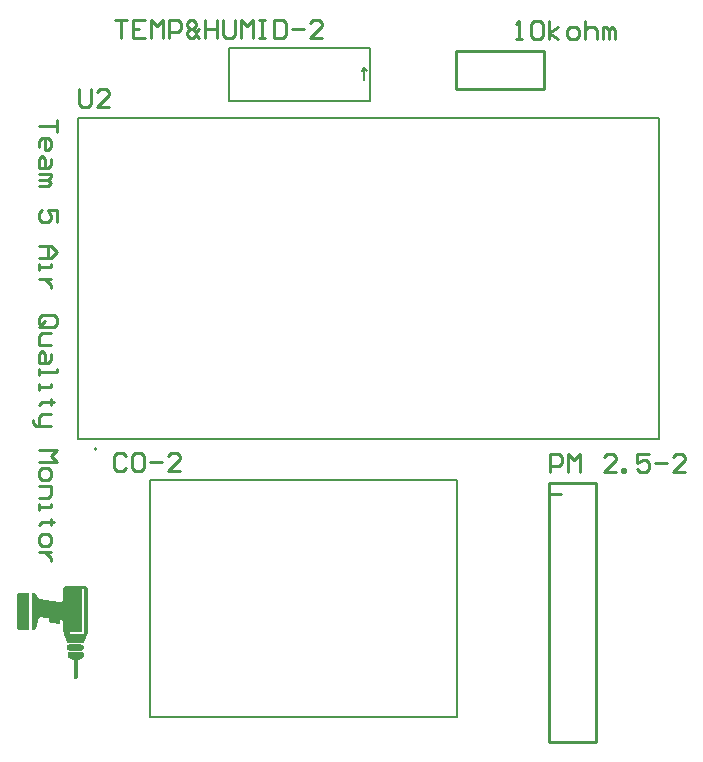
<source format=gbr>
%TF.GenerationSoftware,Altium Limited,Altium Designer,24.6.1 (21)*%
G04 Layer_Color=65535*
%FSLAX45Y45*%
%MOMM*%
%TF.SameCoordinates,4AD75283-6A23-4CB8-A15C-AB691BBDECAE*%
%TF.FilePolarity,Positive*%
%TF.FileFunction,Legend,Top*%
%TF.Part,Single*%
G01*
G75*
%TA.AperFunction,NonConductor*%
%ADD11C,0.25400*%
%ADD16C,0.20000*%
%ADD17C,0.12700*%
G36*
X595415Y1034107D02*
X616693D01*
Y1032334D01*
X618466D01*
Y1030561D01*
X620239D01*
Y1027014D01*
X622012D01*
Y995098D01*
X620239D01*
Y991552D01*
X618466D01*
Y989779D01*
X616693D01*
Y988005D01*
X614920D01*
Y986232D01*
X613146D01*
Y984459D01*
X611373D01*
Y982686D01*
X607827D01*
Y980913D01*
X606054D01*
Y979140D01*
X602508D01*
Y977367D01*
X600734D01*
Y975593D01*
X597188D01*
Y973821D01*
X593642D01*
Y972047D01*
X590096D01*
Y970274D01*
X586549D01*
Y968501D01*
X581230D01*
Y966728D01*
X574137D01*
Y812465D01*
X572364D01*
Y810693D01*
X570591D01*
Y808919D01*
X567045D01*
Y807146D01*
X543994D01*
Y808919D01*
X540448D01*
Y810693D01*
X538675D01*
Y814239D01*
X536902D01*
Y966728D01*
X531582D01*
Y968501D01*
X524490D01*
Y970274D01*
X520944D01*
Y972047D01*
X517397D01*
Y973821D01*
X513851D01*
Y975593D01*
X510305D01*
Y977367D01*
X508532D01*
Y979140D01*
X504985D01*
Y980913D01*
X503212D01*
Y982686D01*
X499666D01*
Y984459D01*
X497893D01*
Y986232D01*
X496120D01*
Y988005D01*
X494347D01*
Y989779D01*
X492573D01*
Y991552D01*
X490800D01*
Y995098D01*
X489027D01*
Y1027014D01*
X490800D01*
Y1030561D01*
X492573D01*
Y1032334D01*
X494347D01*
Y1034107D01*
X593642D01*
X595415D01*
D02*
G37*
G36*
X496120Y1046519D02*
Y1048292D01*
X492573D01*
Y1050065D01*
X490800D01*
Y1051838D01*
X487254D01*
Y1055384D01*
X485481D01*
Y1057157D01*
X483708D01*
Y1060704D01*
X481935D01*
Y1083755D01*
X483708D01*
Y1089074D01*
X485481D01*
Y1090847D01*
X487254D01*
Y1092620D01*
X489027D01*
Y1094393D01*
X490800D01*
Y1096166D01*
X492573D01*
Y1097939D01*
X497893D01*
Y1099713D01*
X604281D01*
Y1097939D01*
X609600D01*
Y1096166D01*
X613146D01*
Y1094393D01*
X614920D01*
Y1092620D01*
X616693D01*
Y1090847D01*
X618466D01*
Y1087301D01*
X620239D01*
Y1083755D01*
X622012D01*
Y1062477D01*
X620239D01*
Y1057157D01*
X618466D01*
Y1055384D01*
X616693D01*
Y1053611D01*
X614920D01*
Y1051838D01*
X613146D01*
Y1050065D01*
X611373D01*
Y1048292D01*
X606054D01*
Y1046519D01*
X497893D01*
X496120D01*
D02*
G37*
G36*
X59930Y1523491D02*
X61703D01*
Y1527037D01*
X63476D01*
Y1528810D01*
X65249D01*
Y1530583D01*
X67022D01*
Y1532356D01*
X68795D01*
Y1534130D01*
X72342D01*
Y1535903D01*
X77661D01*
Y1537676D01*
X157452D01*
Y1218512D01*
X77661D01*
Y1220285D01*
X72342D01*
Y1222059D01*
X68795D01*
Y1223832D01*
X67022D01*
Y1225605D01*
X65249D01*
Y1227378D01*
X63476D01*
Y1229151D01*
X61703D01*
Y1232697D01*
X59930D01*
Y1234470D01*
X58157D01*
Y1239790D01*
X56383D01*
Y1516398D01*
X58157D01*
Y1521718D01*
X59930D01*
Y1523491D01*
D02*
G37*
G36*
X659248Y1222059D02*
Y1207874D01*
X657475D01*
Y1199008D01*
X655702D01*
Y1190142D01*
X653928D01*
Y1184823D01*
X652155D01*
Y1177730D01*
X650382D01*
Y1172411D01*
X648609D01*
Y1167092D01*
X646836D01*
Y1161772D01*
X645063D01*
Y1158226D01*
X643290D01*
Y1152907D01*
X641516D01*
Y1149360D01*
X639743D01*
Y1144041D01*
X637970D01*
Y1140495D01*
X636197D01*
Y1136948D01*
X634424D01*
Y1133402D01*
X632651D01*
Y1129856D01*
X630878D01*
Y1126310D01*
X629104D01*
Y1122763D01*
X627331D01*
Y1119217D01*
X625558D01*
Y1117444D01*
X623785D01*
Y1113898D01*
X622012D01*
Y1112125D01*
X620239D01*
Y1110351D01*
X616693D01*
Y1108578D01*
X492573D01*
Y1110351D01*
X489027D01*
Y1112125D01*
X487254D01*
Y1113898D01*
X485481D01*
Y1117444D01*
X483708D01*
Y1120990D01*
X481935D01*
Y1124536D01*
X480162D01*
Y1128083D01*
X478388D01*
Y1131629D01*
X476615D01*
Y1135175D01*
X474842D01*
Y1138721D01*
X473069D01*
Y1142268D01*
X471296D01*
Y1145814D01*
X469523D01*
Y1149360D01*
X467750D01*
Y1154680D01*
X465976D01*
Y1158226D01*
X464203D01*
Y1163545D01*
X462430D01*
Y1168865D01*
X460657D01*
Y1174184D01*
X458884D01*
Y1179503D01*
X457111D01*
Y1186596D01*
X455338D01*
Y1193688D01*
X453565D01*
Y1200781D01*
X451791D01*
Y1211420D01*
X450018D01*
Y1227378D01*
X448245D01*
Y1300076D01*
X435833D01*
Y1301849D01*
X423421D01*
Y1277026D01*
X421648D01*
Y1273479D01*
X418102D01*
Y1271706D01*
X403917D01*
Y1273479D01*
X395051D01*
Y1275252D01*
X384412D01*
Y1277026D01*
X373774D01*
Y1278799D01*
X361362D01*
Y1280572D01*
X352496D01*
Y1282345D01*
X343631D01*
Y1284118D01*
X336538D01*
Y1285891D01*
X334765D01*
Y1287664D01*
X332992D01*
Y1292984D01*
X331219D01*
Y1317808D01*
X329445D01*
Y1319581D01*
X318807D01*
Y1321354D01*
X308168D01*
Y1323127D01*
X297529D01*
Y1324900D01*
X286890D01*
Y1326673D01*
X276252D01*
Y1328446D01*
X265613D01*
Y1330220D01*
X253201D01*
Y1328446D01*
X249655D01*
Y1326673D01*
X247881D01*
Y1324900D01*
X244335D01*
Y1321354D01*
X242562D01*
Y1319581D01*
X240789D01*
Y1314261D01*
X239016D01*
Y1307169D01*
X237243D01*
Y1298303D01*
X235470D01*
Y1291211D01*
X233696D01*
Y1282345D01*
X231923D01*
Y1275252D01*
X230150D01*
Y1266387D01*
X228377D01*
Y1259294D01*
X226604D01*
Y1252202D01*
X224831D01*
Y1245109D01*
X223058D01*
Y1239790D01*
X221285D01*
Y1234470D01*
X219511D01*
Y1230924D01*
X217738D01*
Y1229151D01*
X215965D01*
Y1227378D01*
X214192D01*
Y1225605D01*
X212419D01*
Y1223832D01*
X210646D01*
Y1222059D01*
X207099D01*
Y1220285D01*
X201780D01*
Y1218512D01*
X189368D01*
Y1537676D01*
X201780D01*
Y1535903D01*
X207099D01*
Y1534130D01*
X210646D01*
Y1532356D01*
X212419D01*
Y1530583D01*
X214192D01*
Y1528810D01*
X215965D01*
Y1527037D01*
X217738D01*
Y1525264D01*
X219511D01*
Y1521718D01*
X221285D01*
Y1518171D01*
X223058D01*
Y1514625D01*
X224831D01*
Y1509306D01*
X226604D01*
Y1505759D01*
X228377D01*
Y1502213D01*
X230150D01*
Y1498667D01*
X231923D01*
Y1496894D01*
X233696D01*
Y1493348D01*
X237243D01*
Y1491574D01*
X239016D01*
Y1489801D01*
X240789D01*
Y1488028D01*
X246108D01*
Y1486255D01*
X249655D01*
Y1484482D01*
X258520D01*
Y1482709D01*
X269159D01*
Y1480936D01*
X278025D01*
Y1479162D01*
X288663D01*
Y1477389D01*
X299302D01*
Y1475616D01*
X309941D01*
Y1473843D01*
X320580D01*
Y1472070D01*
X331219D01*
Y1470297D01*
X341857D01*
Y1468524D01*
X352496D01*
Y1466751D01*
X363135D01*
Y1464978D01*
X370227D01*
X372001D01*
X373774D01*
Y1463204D01*
X386186D01*
Y1461431D01*
X396824D01*
Y1459658D01*
X407463D01*
Y1457885D01*
X418102D01*
Y1456112D01*
X435833D01*
Y1457885D01*
X439380D01*
Y1459658D01*
X441153D01*
Y1461431D01*
X442926D01*
Y1463204D01*
X444699D01*
Y1466751D01*
X446472D01*
Y1470297D01*
X448245D01*
Y1562500D01*
X450018D01*
Y1573138D01*
X451791D01*
Y1576685D01*
X453565D01*
Y1580231D01*
X455338D01*
Y1582004D01*
X457111D01*
Y1585550D01*
X458884D01*
Y1587323D01*
X462430D01*
Y1589097D01*
X464203D01*
Y1590870D01*
X465976D01*
Y1592643D01*
X469523D01*
Y1594416D01*
X474842D01*
Y1596189D01*
X632651D01*
Y1594416D01*
X637970D01*
Y1592643D01*
X641516D01*
Y1590870D01*
X645063D01*
Y1589097D01*
X646836D01*
Y1587323D01*
X648609D01*
Y1585550D01*
X650382D01*
Y1583777D01*
X652155D01*
Y1582004D01*
X653928D01*
Y1580231D01*
X655702D01*
Y1576685D01*
X657475D01*
Y1573138D01*
X659248D01*
Y1567819D01*
X661021D01*
Y1222059D01*
X659248D01*
D02*
G37*
%LPC*%
G36*
X629104Y1190142D02*
Y1564273D01*
X627331D01*
Y1566046D01*
X625558D01*
Y1567819D01*
X614920D01*
Y1566046D01*
X611373D01*
Y1562500D01*
X609600D01*
Y1206100D01*
X510305D01*
Y1204327D01*
X506758D01*
Y1202554D01*
X504985D01*
Y1200781D01*
X503212D01*
Y1191915D01*
X504985D01*
Y1188369D01*
X508532D01*
Y1186596D01*
X625558D01*
Y1188369D01*
X627331D01*
Y1190142D01*
X629104D01*
D02*
G37*
%LPD*%
D11*
X3772422Y5802774D02*
X4521722D01*
X3772422D02*
Y6120274D01*
X4521722D01*
Y5802774D02*
Y6120274D01*
X4561935Y2369928D02*
X4661935D01*
X4561935Y2469928D02*
X4961934D01*
Y269927D02*
Y2469928D01*
X4561935Y269927D02*
X4961934D01*
X4561935D02*
Y2469928D01*
X4280036Y6223025D02*
X4330819D01*
X4305428D01*
Y6375375D01*
X4280036Y6349983D01*
X4406994D02*
X4432386Y6375375D01*
X4483170D01*
X4508562Y6349983D01*
Y6248417D01*
X4483170Y6223025D01*
X4432386D01*
X4406994Y6248417D01*
Y6349983D01*
X4559345Y6223025D02*
Y6375375D01*
Y6273808D02*
X4635521Y6324592D01*
X4559345Y6273808D02*
X4635521Y6223025D01*
X4737088D02*
X4787871D01*
X4813263Y6248417D01*
Y6299200D01*
X4787871Y6324592D01*
X4737088D01*
X4711696Y6299200D01*
Y6248417D01*
X4737088Y6223025D01*
X4864047Y6375375D02*
Y6223025D01*
Y6299200D01*
X4889439Y6324592D01*
X4940222D01*
X4965614Y6299200D01*
Y6223025D01*
X5016397D02*
Y6324592D01*
X5041789D01*
X5067181Y6299200D01*
Y6223025D01*
Y6299200D01*
X5092573Y6324592D01*
X5117965Y6299200D01*
Y6223025D01*
X889283Y6388075D02*
X990851D01*
X940067D01*
Y6235725D01*
X1143201Y6388075D02*
X1041634D01*
Y6235725D01*
X1143201D01*
X1041634Y6311900D02*
X1092418D01*
X1193985Y6235725D02*
Y6388075D01*
X1244768Y6337292D01*
X1295552Y6388075D01*
Y6235725D01*
X1346336D02*
Y6388075D01*
X1422511D01*
X1447903Y6362683D01*
Y6311900D01*
X1422511Y6286508D01*
X1346336D01*
X1600254Y6235725D02*
X1574862Y6261117D01*
X1549470Y6235725D01*
X1524078D01*
X1498686Y6261117D01*
Y6286508D01*
X1524078Y6311900D01*
X1498686Y6337292D01*
Y6362683D01*
X1524078Y6388075D01*
X1549470D01*
X1574862Y6362683D01*
Y6337292D01*
X1549470Y6311900D01*
X1574862Y6286508D01*
Y6261117D01*
X1600254Y6311900D02*
X1574862Y6286508D01*
X1524078Y6311900D02*
X1549470D01*
X1651037Y6388075D02*
Y6235725D01*
Y6311900D01*
X1752604D01*
Y6388075D01*
Y6235725D01*
X1803388Y6388075D02*
Y6261117D01*
X1828780Y6235725D01*
X1879563D01*
X1904955Y6261117D01*
Y6388075D01*
X1955739Y6235725D02*
Y6388075D01*
X2006522Y6337292D01*
X2057306Y6388075D01*
Y6235725D01*
X2108089Y6388075D02*
X2158873D01*
X2133481D01*
Y6235725D01*
X2108089D01*
X2158873D01*
X2235048Y6388075D02*
Y6235725D01*
X2311223D01*
X2336615Y6261117D01*
Y6362683D01*
X2311223Y6388075D01*
X2235048D01*
X2387399Y6311900D02*
X2488966D01*
X2641317Y6235725D02*
X2539750D01*
X2641317Y6337292D01*
Y6362683D01*
X2615925Y6388075D01*
X2565141D01*
X2539750Y6362683D01*
X977302Y2696607D02*
X951910Y2721999D01*
X901127D01*
X875735Y2696607D01*
Y2595040D01*
X901127Y2569648D01*
X951910D01*
X977302Y2595040D01*
X1104261Y2721999D02*
X1053477D01*
X1028086Y2696607D01*
Y2595040D01*
X1053477Y2569648D01*
X1104261D01*
X1129653Y2595040D01*
Y2696607D01*
X1104261Y2721999D01*
X1180436Y2645824D02*
X1282004D01*
X1434354Y2569648D02*
X1332787D01*
X1434354Y2671216D01*
Y2696607D01*
X1408962Y2721999D01*
X1358179D01*
X1332787Y2696607D01*
X581095Y5800479D02*
Y5673520D01*
X606487Y5648128D01*
X657270D01*
X682662Y5673520D01*
Y5800479D01*
X835013Y5648128D02*
X733446D01*
X835013Y5749696D01*
Y5775087D01*
X809621Y5800479D01*
X758837D01*
X733446Y5775087D01*
X393634Y5537200D02*
Y5435633D01*
Y5486417D01*
X241283D01*
Y5308674D02*
Y5359457D01*
X266675Y5384849D01*
X317459D01*
X342851Y5359457D01*
Y5308674D01*
X317459Y5283282D01*
X292067D01*
Y5384849D01*
X342851Y5207107D02*
Y5156323D01*
X317459Y5130931D01*
X241283D01*
Y5207107D01*
X266675Y5232499D01*
X292067Y5207107D01*
Y5130931D01*
X241283Y5080148D02*
X342851D01*
Y5054756D01*
X317459Y5029364D01*
X241283D01*
X317459D01*
X342851Y5003972D01*
X317459Y4978581D01*
X241283D01*
X393634Y4673879D02*
Y4775446D01*
X317459D01*
X342851Y4724663D01*
Y4699271D01*
X317459Y4673879D01*
X266675D01*
X241283Y4699271D01*
Y4750055D01*
X266675Y4775446D01*
X241283Y4470745D02*
X342851D01*
X393634Y4419961D01*
X342851Y4369178D01*
X241283D01*
X317459D01*
Y4470745D01*
X241283Y4318394D02*
Y4267611D01*
Y4293002D01*
X342851D01*
Y4318394D01*
Y4191435D02*
X241283D01*
X292067D01*
X317459Y4166043D01*
X342851Y4140652D01*
Y4115260D01*
X266675Y3785167D02*
X368242D01*
X393634Y3810559D01*
Y3861342D01*
X368242Y3886734D01*
X266675D01*
X241283Y3861342D01*
Y3810559D01*
X292067Y3835950D02*
X241283Y3785167D01*
Y3810559D02*
X266675Y3785167D01*
X342851Y3734383D02*
X266675D01*
X241283Y3708991D01*
Y3632816D01*
X342851D01*
Y3556641D02*
Y3505857D01*
X317459Y3480465D01*
X241283D01*
Y3556641D01*
X266675Y3582032D01*
X292067Y3556641D01*
Y3480465D01*
X241283Y3429682D02*
Y3378898D01*
Y3404290D01*
X393634D01*
Y3429682D01*
X241283Y3302723D02*
Y3251939D01*
Y3277331D01*
X342851D01*
Y3302723D01*
X368242Y3150372D02*
X342851D01*
Y3175764D01*
Y3124981D01*
Y3150372D01*
X266675D01*
X241283Y3124981D01*
X342851Y3048805D02*
X266675D01*
X241283Y3023413D01*
Y2947238D01*
X215892D01*
X190500Y2972630D01*
Y2998022D01*
X241283Y2947238D02*
X342851D01*
X241283Y2744104D02*
X393634D01*
X342851Y2693320D01*
X393634Y2642536D01*
X241283D01*
Y2566361D02*
Y2515578D01*
X266675Y2490186D01*
X317459D01*
X342851Y2515578D01*
Y2566361D01*
X317459Y2591753D01*
X266675D01*
X241283Y2566361D01*
Y2439402D02*
X342851D01*
Y2363227D01*
X317459Y2337835D01*
X241283D01*
Y2287052D02*
Y2236268D01*
Y2261660D01*
X342851D01*
Y2287052D01*
X368242Y2134701D02*
X342851D01*
Y2160093D01*
Y2109309D01*
Y2134701D01*
X266675D01*
X241283Y2109309D01*
Y2007742D02*
Y1956958D01*
X266675Y1931567D01*
X317459D01*
X342851Y1956958D01*
Y2007742D01*
X317459Y2033134D01*
X266675D01*
X241283Y2007742D01*
X342851Y1880783D02*
X241283D01*
X292067D01*
X317459Y1855391D01*
X342851Y1830000D01*
Y1804608D01*
X4573975Y2559488D02*
Y2711839D01*
X4650150D01*
X4675542Y2686447D01*
Y2635664D01*
X4650150Y2610272D01*
X4573975D01*
X4726326Y2559488D02*
Y2711839D01*
X4777109Y2661056D01*
X4827893Y2711839D01*
Y2559488D01*
X5132594D02*
X5031027D01*
X5132594Y2661056D01*
Y2686447D01*
X5107202Y2711839D01*
X5056419D01*
X5031027Y2686447D01*
X5183378Y2559488D02*
Y2584880D01*
X5208770D01*
Y2559488D01*
X5183378D01*
X5411904Y2711839D02*
X5310337D01*
Y2635664D01*
X5361120Y2661056D01*
X5386512D01*
X5411904Y2635664D01*
Y2584880D01*
X5386512Y2559488D01*
X5335728D01*
X5310337Y2584880D01*
X5462687Y2635664D02*
X5564255D01*
X5716605Y2559488D02*
X5615038D01*
X5716605Y2661056D01*
Y2686447D01*
X5691213Y2711839D01*
X5640430D01*
X5615038Y2686447D01*
D16*
X733335Y2752528D02*
G03*
X733335Y2752528I-10000J0D01*
G01*
D17*
X570935Y2841428D02*
Y5559228D01*
X5495535Y2841428D02*
Y3856828D01*
X570935Y2841428D02*
X5495535Y2841428D01*
Y4669828D02*
Y5559228D01*
Y3856828D02*
Y4669828D01*
X570935Y5559228D02*
X5495535Y5559228D01*
X3050534Y5702530D02*
Y6152527D01*
X1850536Y5702530D02*
X3050534D01*
X1850536D02*
Y6152527D01*
X3050534D01*
X3000536Y5877531D02*
Y5977531D01*
X3025535Y5952527D01*
X3000536Y5977531D02*
X3025535Y5952527D01*
X2975533D02*
X3000536Y5977531D01*
X1182435Y487228D02*
X3782435D01*
Y2487228D01*
X1182435D02*
X3782435D01*
X1182435Y487228D02*
Y2487228D01*
%TF.MD5,61b53f677f76645d103e64023acfbaa2*%
M02*

</source>
